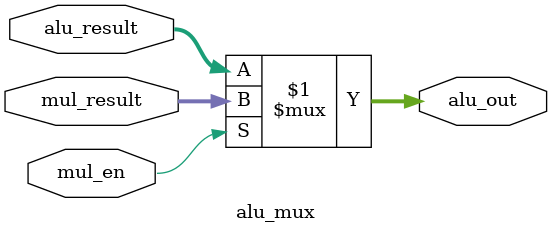
<source format=v>
module alu_mux (
    input wire [31:0] mul_result,  // ³Ë·¨½á¹û
    input wire [31:0] alu_result,         // alu½á¹û
    input wire mul_en,            // ¿ØÖÆÐÅºÅ mulÑ¡Ôñ
    output wire [31:0] alu_out        // 32Î»Êä³ö
);

assign  alu_out =mul_en?  mul_result:alu_result;
endmodule

</source>
